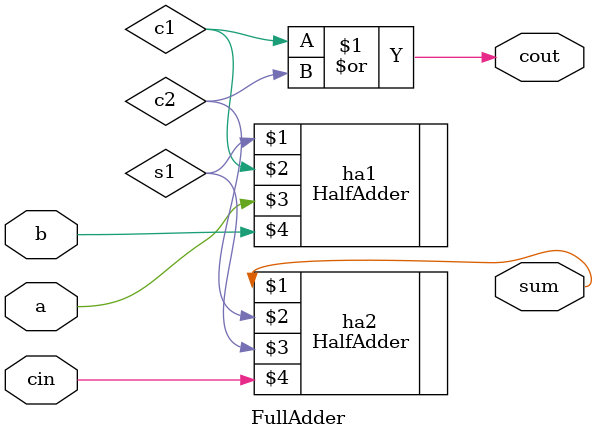
<source format=v>
module FullAdder(sum,cout,a,b,cin);
	
	input a,b,cin;
	output sum,cout;
	HalfAdder ha1(s1,c1,a,b);
	HalfAdder ha2(sum,c2,s1,cin);
	or (cout,c1,c2);
	
endmodule

</source>
